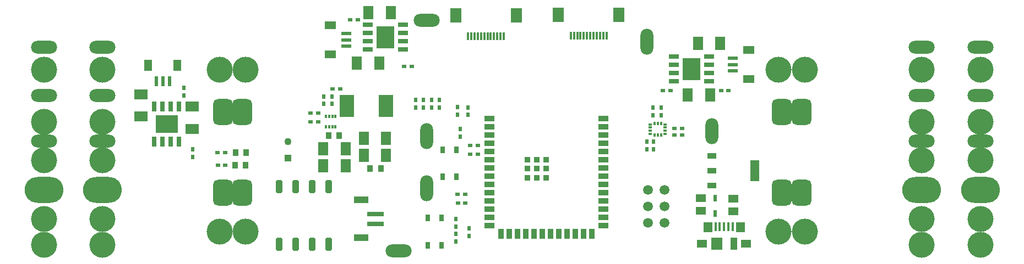
<source format=gbr>
%TF.GenerationSoftware,Altium Limited,Altium Designer,21.7.2 (23)*%
G04 Layer_Color=255*
%FSLAX25Y25*%
%MOIN*%
%TF.SameCoordinates,95A22525-32A0-4EEE-A0C0-36F8BD1EB9D1*%
%TF.FilePolarity,Positive*%
%TF.FileFunction,Pads,Top*%
%TF.Part,Single*%
G01*
G75*
%TA.AperFunction,SMDPad,CuDef*%
%ADD10R,0.02362X0.02500*%
%ADD11R,0.02500X0.02362*%
%ADD12R,0.03800X0.03937*%
%ADD13R,0.09055X0.13780*%
%ADD14R,0.02559X0.04134*%
%ADD15R,0.05906X0.04500*%
%ADD16R,0.01968X0.04232*%
%TA.AperFunction,ConnectorPad*%
%ADD17R,0.01772X0.05433*%
%ADD18R,0.05610X0.06102*%
%ADD19R,0.06496X0.05118*%
%ADD20R,0.07087X0.07480*%
%ADD21R,0.03937X0.07480*%
%TA.AperFunction,SMDPad,CuDef*%
%ADD22R,0.01181X0.02362*%
%ADD23R,0.02362X0.01181*%
%ADD24R,0.06299X0.02362*%
%ADD25R,0.07087X0.04724*%
%ADD26R,0.06000X0.07874*%
%ADD27R,0.10669X0.13386*%
%ADD28R,0.06004X0.02559*%
%ADD29R,0.13386X0.10669*%
%ADD30R,0.02559X0.06004*%
%ADD31R,0.07874X0.06000*%
%ADD32R,0.01181X0.01870*%
%ADD33R,0.09055X0.04331*%
%ADD34R,0.09843X0.02756*%
G04:AMPARAMS|DCode=35|XSize=39.37mil|YSize=78.74mil|CornerRadius=9.84mil|HoleSize=0mil|Usage=FLASHONLY|Rotation=0.000|XOffset=0mil|YOffset=0mil|HoleType=Round|Shape=RoundedRectangle|*
%AMROUNDEDRECTD35*
21,1,0.03937,0.05906,0,0,0.0*
21,1,0.01968,0.07874,0,0,0.0*
1,1,0.01968,0.00984,-0.02953*
1,1,0.01968,-0.00984,-0.02953*
1,1,0.01968,-0.00984,0.02953*
1,1,0.01968,0.00984,0.02953*
%
%ADD35ROUNDEDRECTD35*%
%ADD36R,0.05906X0.03543*%
%ADD37R,0.03543X0.05906*%
%TA.AperFunction,BGAPad,CuDef*%
%ADD38R,0.03543X0.03543*%
%TA.AperFunction,ConnectorPad*%
%ADD39R,0.07087X0.08661*%
%ADD40R,0.01181X0.05118*%
%TA.AperFunction,SMDPad,CuDef*%
%ADD41R,0.05709X0.12795*%
%ADD42R,0.05709X0.03740*%
%ADD43R,0.04724X0.07087*%
%ADD44R,0.02362X0.06299*%
%TA.AperFunction,ViaPad*%
%ADD49O,0.07874X0.15748*%
%ADD50O,0.15748X0.07874*%
%TA.AperFunction,ComponentPad*%
%ADD51C,0.05906*%
%ADD52R,0.04331X0.04331*%
%ADD53C,0.04331*%
%TA.AperFunction,ViaPad*%
%ADD54C,0.15748*%
G04:AMPARAMS|DCode=55|XSize=157.48mil|YSize=118.11mil|CornerRadius=29.53mil|HoleSize=0mil|Usage=FLASHONLY|Rotation=90.000|XOffset=0mil|YOffset=0mil|HoleType=Round|Shape=RoundedRectangle|*
%AMROUNDEDRECTD55*
21,1,0.15748,0.05906,0,0,90.0*
21,1,0.09843,0.11811,0,0,90.0*
1,1,0.05906,0.02953,0.04921*
1,1,0.05906,0.02953,-0.04921*
1,1,0.05906,-0.02953,-0.04921*
1,1,0.05906,-0.02953,0.04921*
%
%ADD55ROUNDEDRECTD55*%
%ADD56O,0.23622X0.15748*%
D10*
X101870Y65220D02*
D03*
Y69820D02*
D03*
X263976Y81962D02*
D03*
Y77362D02*
D03*
X261221Y27533D02*
D03*
Y22933D02*
D03*
X261319Y13842D02*
D03*
Y18442D02*
D03*
X268701Y95250D02*
D03*
Y90650D02*
D03*
X269291Y21788D02*
D03*
Y17188D02*
D03*
X381004Y74347D02*
D03*
Y69747D02*
D03*
X376969Y74347D02*
D03*
Y69747D02*
D03*
X380709Y90515D02*
D03*
Y95115D02*
D03*
X385433Y90417D02*
D03*
Y95016D02*
D03*
X96457Y102424D02*
D03*
Y107024D02*
D03*
X186221Y101906D02*
D03*
Y97306D02*
D03*
X181102D02*
D03*
Y101906D02*
D03*
X236811Y95079D02*
D03*
Y99679D02*
D03*
X241634Y95079D02*
D03*
Y99679D02*
D03*
X246457Y95141D02*
D03*
Y99741D02*
D03*
X251279Y95141D02*
D03*
Y99741D02*
D03*
X262205Y90712D02*
D03*
Y95312D02*
D03*
D11*
X386479Y105315D02*
D03*
X391079D02*
D03*
X234547Y120177D02*
D03*
X229947D02*
D03*
X270042Y72146D02*
D03*
X274642D02*
D03*
X274606Y66929D02*
D03*
X270006D02*
D03*
X393468Y82382D02*
D03*
X398068D02*
D03*
X393468Y78347D02*
D03*
X398068D02*
D03*
X421778Y105512D02*
D03*
X426378D02*
D03*
X201942Y148425D02*
D03*
X197343D02*
D03*
X186676Y106299D02*
D03*
X191276D02*
D03*
X173291Y91732D02*
D03*
X177891D02*
D03*
X173291Y86614D02*
D03*
X177891D02*
D03*
X121690Y60138D02*
D03*
X117090D02*
D03*
X121653Y67815D02*
D03*
X117053D02*
D03*
X262402Y37106D02*
D03*
X267002D02*
D03*
X266965Y42520D02*
D03*
X262365D02*
D03*
D12*
X134007Y60236D02*
D03*
X127607D02*
D03*
X134204Y67716D02*
D03*
X127804D02*
D03*
X215798Y58268D02*
D03*
X209398D02*
D03*
X184151Y77953D02*
D03*
X190551D02*
D03*
D13*
X218898Y96063D02*
D03*
X195276D02*
D03*
D14*
X244094Y11614D02*
D03*
Y27953D02*
D03*
X252559Y11614D02*
D03*
Y27953D02*
D03*
X253248Y52953D02*
D03*
Y69291D02*
D03*
X261713Y52953D02*
D03*
Y69291D02*
D03*
D15*
X429134Y32027D02*
D03*
Y39627D02*
D03*
X409449Y32421D02*
D03*
Y40020D02*
D03*
D16*
X418110Y30858D02*
D03*
Y40008D02*
D03*
D17*
X418504Y22795D02*
D03*
X421063D02*
D03*
X423622D02*
D03*
X426181D02*
D03*
X428740D02*
D03*
D18*
X413831Y22461D02*
D03*
X433413D02*
D03*
D19*
X410335Y12323D02*
D03*
X436909D02*
D03*
D20*
X419095D02*
D03*
D21*
X429724D02*
D03*
D22*
X381496Y85532D02*
D03*
X383465D02*
D03*
X385433D02*
D03*
Y78445D02*
D03*
X383465D02*
D03*
X381496D02*
D03*
D23*
X387992Y84941D02*
D03*
Y82972D02*
D03*
Y81004D02*
D03*
Y79035D02*
D03*
X378937D02*
D03*
Y81004D02*
D03*
Y82972D02*
D03*
Y84941D02*
D03*
D24*
X428740Y117323D02*
D03*
Y125197D02*
D03*
Y121260D02*
D03*
X194980Y140157D02*
D03*
Y132283D02*
D03*
Y136221D02*
D03*
D25*
X438583Y112402D02*
D03*
Y130118D02*
D03*
X185138Y145079D02*
D03*
Y127362D02*
D03*
D26*
X407767Y134252D02*
D03*
X421367D02*
D03*
X415068Y102756D02*
D03*
X401468D02*
D03*
X208259Y152756D02*
D03*
X221859D02*
D03*
X214772Y122047D02*
D03*
X201172D02*
D03*
X180995Y59842D02*
D03*
X194595D02*
D03*
X180995Y70079D02*
D03*
X194595D02*
D03*
X219005Y76378D02*
D03*
X205405D02*
D03*
X219005Y66142D02*
D03*
X205405D02*
D03*
D27*
X403937Y118504D02*
D03*
X218602Y137795D02*
D03*
D28*
X414614Y126004D02*
D03*
Y121004D02*
D03*
Y116004D02*
D03*
Y111004D02*
D03*
X393260D02*
D03*
Y116004D02*
D03*
Y121004D02*
D03*
Y126004D02*
D03*
X207925Y130295D02*
D03*
Y135295D02*
D03*
Y140295D02*
D03*
Y145295D02*
D03*
X229279D02*
D03*
Y140295D02*
D03*
Y135295D02*
D03*
Y130295D02*
D03*
D29*
X86221Y85039D02*
D03*
D30*
X78720Y95717D02*
D03*
X83720D02*
D03*
X88721D02*
D03*
X93721D02*
D03*
Y74362D02*
D03*
X88721D02*
D03*
X83720D02*
D03*
X78720D02*
D03*
D31*
X70472Y89657D02*
D03*
Y103257D02*
D03*
X101575Y95669D02*
D03*
Y82069D02*
D03*
D32*
X182480Y89913D02*
D03*
X184449D02*
D03*
X186417D02*
D03*
X188386D02*
D03*
Y83315D02*
D03*
X186417D02*
D03*
X184449D02*
D03*
X182480D02*
D03*
D33*
X203937Y38976D02*
D03*
Y16142D02*
D03*
D34*
X212598Y24606D02*
D03*
Y30512D02*
D03*
D35*
X154291Y47028D02*
D03*
X164291D02*
D03*
X174291D02*
D03*
X184291D02*
D03*
Y12028D02*
D03*
X174291D02*
D03*
X164291D02*
D03*
X154291D02*
D03*
D36*
X281693Y88425D02*
D03*
Y83425D02*
D03*
Y78425D02*
D03*
Y73425D02*
D03*
Y68425D02*
D03*
Y63425D02*
D03*
Y58425D02*
D03*
Y53425D02*
D03*
Y48425D02*
D03*
Y43425D02*
D03*
Y38425D02*
D03*
Y33425D02*
D03*
Y28425D02*
D03*
Y23425D02*
D03*
X350590D02*
D03*
Y28425D02*
D03*
Y33425D02*
D03*
Y38425D02*
D03*
Y43425D02*
D03*
Y48425D02*
D03*
Y53425D02*
D03*
Y58425D02*
D03*
Y63425D02*
D03*
Y68425D02*
D03*
Y73425D02*
D03*
Y78425D02*
D03*
Y83425D02*
D03*
Y88425D02*
D03*
D37*
X288642Y18504D02*
D03*
X293642D02*
D03*
X298642D02*
D03*
X303642D02*
D03*
X308642D02*
D03*
X313642D02*
D03*
X318642D02*
D03*
X323642D02*
D03*
X328642D02*
D03*
X333642D02*
D03*
X338642D02*
D03*
X343642D02*
D03*
D38*
X310236Y58031D02*
D03*
X304724Y63543D02*
D03*
Y58031D02*
D03*
Y52520D02*
D03*
X310236D02*
D03*
X315748D02*
D03*
Y58031D02*
D03*
Y63543D02*
D03*
X310236D02*
D03*
D39*
X261122Y151181D02*
D03*
X297736D02*
D03*
X323327Y151575D02*
D03*
X359941D02*
D03*
D40*
X268602Y138386D02*
D03*
X270571D02*
D03*
X272539D02*
D03*
X274508D02*
D03*
X276476D02*
D03*
X278445D02*
D03*
X280413D02*
D03*
X282382D02*
D03*
X284350D02*
D03*
X286319D02*
D03*
X288287D02*
D03*
X290256D02*
D03*
X330807Y138779D02*
D03*
X332776D02*
D03*
X334744D02*
D03*
X336713D02*
D03*
X338681D02*
D03*
X340650D02*
D03*
X342618D02*
D03*
X344587D02*
D03*
X346555D02*
D03*
X348524D02*
D03*
X350492D02*
D03*
X352461D02*
D03*
D41*
X442126Y56693D02*
D03*
D42*
X416142Y47677D02*
D03*
Y56693D02*
D03*
Y65709D02*
D03*
D43*
X75000Y120866D02*
D03*
X92716D02*
D03*
D44*
X83858Y111024D02*
D03*
X79921D02*
D03*
X87795D02*
D03*
D49*
X376969Y135039D02*
D03*
X243406Y46260D02*
D03*
X416339Y80709D02*
D03*
X243504Y77658D02*
D03*
D50*
X243602Y148228D02*
D03*
X226575Y8071D02*
D03*
X578740Y74803D02*
D03*
X543307D02*
D03*
X578740Y102362D02*
D03*
X543307D02*
D03*
X578740Y131890D02*
D03*
X543307D02*
D03*
X11811Y74803D02*
D03*
X47244D02*
D03*
Y102362D02*
D03*
X11811D02*
D03*
X47244Y131890D02*
D03*
X11811D02*
D03*
D51*
X377402Y45138D02*
D03*
X387402D02*
D03*
X377402Y35138D02*
D03*
X387402D02*
D03*
X377402Y25138D02*
D03*
X387402D02*
D03*
D52*
X159449Y64567D02*
D03*
D53*
Y74410D02*
D03*
D54*
X578740Y118110D02*
D03*
X543307D02*
D03*
X11811D02*
D03*
X47244D02*
D03*
X578740Y86614D02*
D03*
X543307D02*
D03*
X578740Y62992D02*
D03*
X543307D02*
D03*
X118110Y19685D02*
D03*
X543307Y27559D02*
D03*
X578740D02*
D03*
X543307Y11811D02*
D03*
X578740D02*
D03*
X47244Y27559D02*
D03*
X11811D02*
D03*
X47244Y86614D02*
D03*
X11811D02*
D03*
Y62992D02*
D03*
X47244D02*
D03*
Y11811D02*
D03*
X11811D02*
D03*
X456693Y19685D02*
D03*
Y118110D02*
D03*
X472441Y19685D02*
D03*
Y118110D02*
D03*
X133858Y19685D02*
D03*
Y118110D02*
D03*
X118110D02*
D03*
D55*
X470472Y92520D02*
D03*
X458661D02*
D03*
X131890D02*
D03*
X120079D02*
D03*
X470472Y43307D02*
D03*
X458661D02*
D03*
X131890D02*
D03*
X120079D02*
D03*
D56*
X578740Y45276D02*
D03*
X543307D02*
D03*
X11811D02*
D03*
X47244D02*
D03*
%TF.MD5,fd43c9b6936c802327e3239b2632f322*%
M02*

</source>
